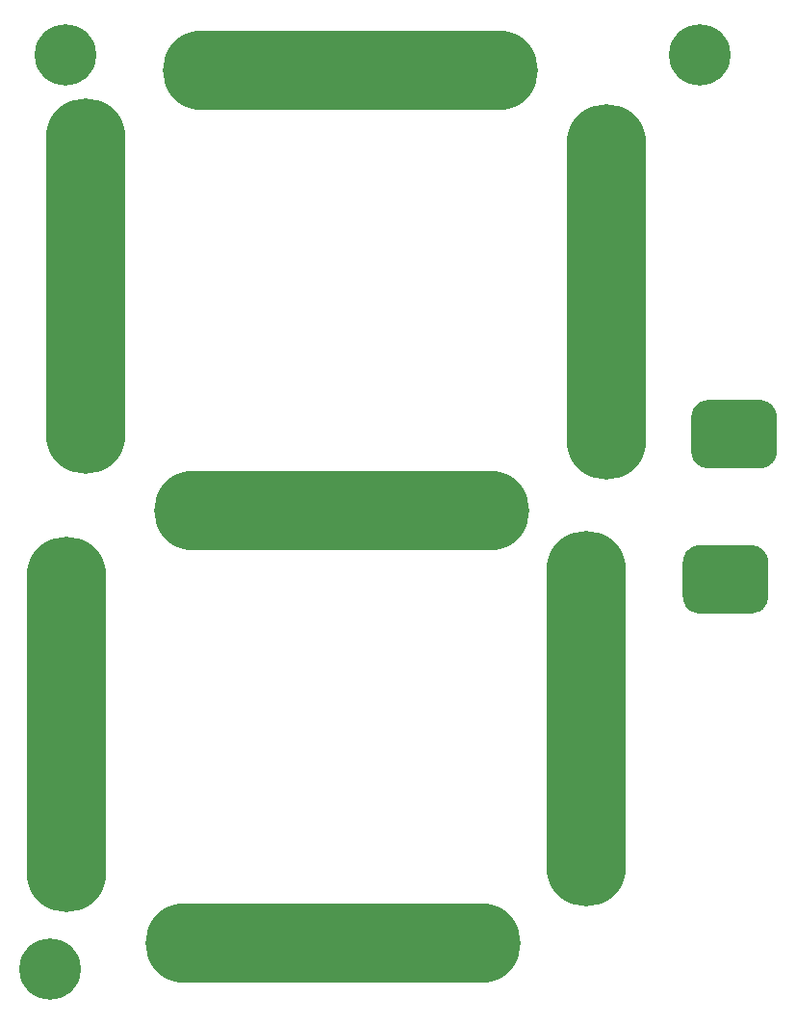
<source format=gbr>
G04 #@! TF.GenerationSoftware,KiCad,Pcbnew,(5.0.0)*
G04 #@! TF.CreationDate,2020-08-12T18:59:32-04:00*
G04 #@! TF.ProjectId,WS2812 Clock,57533238313220436C6F636B2E6B6963,rev?*
G04 #@! TF.SameCoordinates,Original*
G04 #@! TF.FileFunction,Soldermask,Top*
G04 #@! TF.FilePolarity,Negative*
%FSLAX46Y46*%
G04 Gerber Fmt 4.6, Leading zero omitted, Abs format (unit mm)*
G04 Created by KiCad (PCBNEW (5.0.0)) date 08/12/20 18:59:32*
%MOMM*%
%LPD*%
G01*
G04 APERTURE LIST*
%ADD10C,0.100000*%
%ADD11C,6.000000*%
%ADD12O,33.000000X7.000000*%
%ADD13O,7.000000X33.000000*%
%ADD14C,5.400000*%
G04 APERTURE END LIST*
D10*
G04 #@! TO.C,REF\002A\002A*
G36*
X241397026Y-64507223D02*
X241542635Y-64528822D01*
X241685427Y-64564589D01*
X241824025Y-64614181D01*
X241957095Y-64677118D01*
X242083355Y-64752796D01*
X242201590Y-64840484D01*
X242310660Y-64939340D01*
X242409516Y-65048410D01*
X242497204Y-65166645D01*
X242572882Y-65292905D01*
X242635819Y-65425975D01*
X242685411Y-65564573D01*
X242721178Y-65707365D01*
X242742777Y-65852974D01*
X242750000Y-66000000D01*
X242750000Y-69000000D01*
X242742777Y-69147026D01*
X242721178Y-69292635D01*
X242685411Y-69435427D01*
X242635819Y-69574025D01*
X242572882Y-69707095D01*
X242497204Y-69833355D01*
X242409516Y-69951590D01*
X242310660Y-70060660D01*
X242201590Y-70159516D01*
X242083355Y-70247204D01*
X241957095Y-70322882D01*
X241824025Y-70385819D01*
X241685427Y-70435411D01*
X241542635Y-70471178D01*
X241397026Y-70492777D01*
X241250000Y-70500000D01*
X236750000Y-70500000D01*
X236602974Y-70492777D01*
X236457365Y-70471178D01*
X236314573Y-70435411D01*
X236175975Y-70385819D01*
X236042905Y-70322882D01*
X235916645Y-70247204D01*
X235798410Y-70159516D01*
X235689340Y-70060660D01*
X235590484Y-69951590D01*
X235502796Y-69833355D01*
X235427118Y-69707095D01*
X235364181Y-69574025D01*
X235314589Y-69435427D01*
X235278822Y-69292635D01*
X235257223Y-69147026D01*
X235250000Y-69000000D01*
X235250000Y-66000000D01*
X235257223Y-65852974D01*
X235278822Y-65707365D01*
X235314589Y-65564573D01*
X235364181Y-65425975D01*
X235427118Y-65292905D01*
X235502796Y-65166645D01*
X235590484Y-65048410D01*
X235689340Y-64939340D01*
X235798410Y-64840484D01*
X235916645Y-64752796D01*
X236042905Y-64677118D01*
X236175975Y-64614181D01*
X236314573Y-64564589D01*
X236457365Y-64528822D01*
X236602974Y-64507223D01*
X236750000Y-64500000D01*
X241250000Y-64500000D01*
X241397026Y-64507223D01*
X241397026Y-64507223D01*
G37*
D11*
X239000000Y-67500000D03*
G04 #@! TD*
D12*
G04 #@! TO.C,REF\002A\002A*
X205250000Y-35500000D03*
G04 #@! TD*
G04 #@! TO.C,REF\002A\002A*
X204500000Y-74250000D03*
G04 #@! TD*
D13*
G04 #@! TO.C,REF\002A\002A*
X182000000Y-54500000D03*
G04 #@! TD*
G04 #@! TO.C,REF\002A\002A*
X226000000Y-92500000D03*
G04 #@! TD*
G04 #@! TO.C,REF\002A\002A*
X180250000Y-93000000D03*
G04 #@! TD*
D12*
G04 #@! TO.C,REF\002A\002A*
X203750000Y-112250000D03*
G04 #@! TD*
D13*
G04 #@! TO.C,REF\002A\002A*
X227750000Y-55000000D03*
G04 #@! TD*
D14*
G04 #@! TO.C,REF\002A\002A*
X236000000Y-34200000D03*
G04 #@! TD*
G04 #@! TO.C,REF\002A\002A*
X180200000Y-34200000D03*
G04 #@! TD*
G04 #@! TO.C,REF\002A\002A*
X178800000Y-114500000D03*
G04 #@! TD*
D10*
G04 #@! TO.C,REF\002A\002A*
G36*
X240647026Y-77257223D02*
X240792635Y-77278822D01*
X240935427Y-77314589D01*
X241074025Y-77364181D01*
X241207095Y-77427118D01*
X241333355Y-77502796D01*
X241451590Y-77590484D01*
X241560660Y-77689340D01*
X241659516Y-77798410D01*
X241747204Y-77916645D01*
X241822882Y-78042905D01*
X241885819Y-78175975D01*
X241935411Y-78314573D01*
X241971178Y-78457365D01*
X241992777Y-78602974D01*
X242000000Y-78750000D01*
X242000000Y-81750000D01*
X241992777Y-81897026D01*
X241971178Y-82042635D01*
X241935411Y-82185427D01*
X241885819Y-82324025D01*
X241822882Y-82457095D01*
X241747204Y-82583355D01*
X241659516Y-82701590D01*
X241560660Y-82810660D01*
X241451590Y-82909516D01*
X241333355Y-82997204D01*
X241207095Y-83072882D01*
X241074025Y-83135819D01*
X240935427Y-83185411D01*
X240792635Y-83221178D01*
X240647026Y-83242777D01*
X240500000Y-83250000D01*
X236000000Y-83250000D01*
X235852974Y-83242777D01*
X235707365Y-83221178D01*
X235564573Y-83185411D01*
X235425975Y-83135819D01*
X235292905Y-83072882D01*
X235166645Y-82997204D01*
X235048410Y-82909516D01*
X234939340Y-82810660D01*
X234840484Y-82701590D01*
X234752796Y-82583355D01*
X234677118Y-82457095D01*
X234614181Y-82324025D01*
X234564589Y-82185427D01*
X234528822Y-82042635D01*
X234507223Y-81897026D01*
X234500000Y-81750000D01*
X234500000Y-78750000D01*
X234507223Y-78602974D01*
X234528822Y-78457365D01*
X234564589Y-78314573D01*
X234614181Y-78175975D01*
X234677118Y-78042905D01*
X234752796Y-77916645D01*
X234840484Y-77798410D01*
X234939340Y-77689340D01*
X235048410Y-77590484D01*
X235166645Y-77502796D01*
X235292905Y-77427118D01*
X235425975Y-77364181D01*
X235564573Y-77314589D01*
X235707365Y-77278822D01*
X235852974Y-77257223D01*
X236000000Y-77250000D01*
X240500000Y-77250000D01*
X240647026Y-77257223D01*
X240647026Y-77257223D01*
G37*
D11*
X238250000Y-80250000D03*
G04 #@! TD*
M02*

</source>
